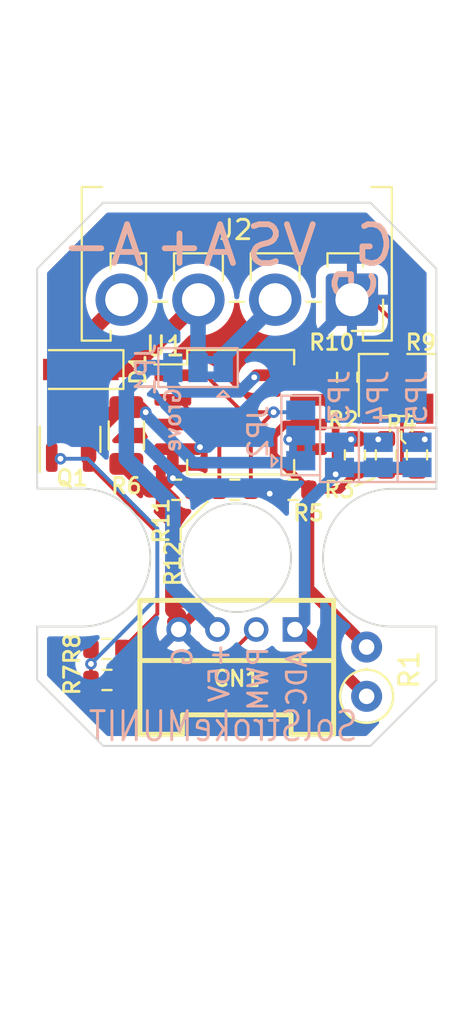
<source format=kicad_pcb>
(kicad_pcb (version 20211014) (generator pcbnew)
  (layers (0 "F.Cu" signal) (31 "B.Cu" signal) (34 "B.Paste" user) (35 "F.Paste" user) (36 "B.SilkS" user "B.Silkscreen") (37 "F.SilkS" user "F.Silkscreen") (38 "B.Mask" user) (39 "F.Mask" user) (44 "Edge.Cuts" user))
  (net 0 "")
  (net 1 "+5V")
  (net 2 "GND")
  (net 3 "/ADC")
  (net 4 "VDD")
  (net 5 "VS")
  (net 6 "/SOLA_M")
  (net 7 "Net-(JP2-Pad3)")
  (net 8 "/PWM")
  (net 9 "Net-(JP2-Pad2)")
  (net 10 "Net-(Q1-Pad1)")
  (net 11 "/VSENS")
  (net 12 "Net-(JP4-Pad1)")
  (net 13 "Net-(R2-Pad1)")
  (net 14 "Net-(JP5-Pad1)")
  (net 15 "Net-(R3-Pad2)")
  (net 16 "Net-(R11-Pad1)")
  (footprint "akita:CON_GROVE_H" (layer "F.Cu") (at 10.3 22 180)
    (fp_text reference "CN1" (at -1.3 -3 180) (layer "F.SilkS") (effects (font (size 0.8 0.8)) (justify right bottom)))
    (fp_text value "CON_GROVE")
    (fp_line (start 2.8 -4.4) (end 2.8 -5.4) (layer "F.SilkS") (width 0.254))
    (fp_line (start -5 -5.4) (end -5 -1.6) (layer "F.SilkS") (width 0.254))
    (fp_line (start -2.8 -5.4) (end -2.8 -4.4) (layer "F.SilkS") (width 0.254))
    (fp_line (start -5 -1.6) (end 5 -1.6) (layer "F.SilkS") (width 0.254))
    (fp_line (start -5 -5.4) (end -2.8 -5.4) (layer "F.SilkS") (width 0.254))
    (fp_line (start 5 -1.6) (end 5 -5.4) (layer "F.SilkS") (width 0.254))
    (fp_line (start -5 1.5) (end 5 1.5) (layer "F.SilkS") (width 0.254))
    (fp_line (start -5 -1.6) (end -5 1.5) (layer "F.SilkS") (width 0.254))
    (fp_line (start -5 -1) (end -5 1) (layer "F.SilkS") (width 0.127))
    (fp_line (start 5 1.5) (end 5 -1.6) (layer "F.SilkS") (width 0.254))
    (fp_line (start -2.8 -4.4) (end 2.8 -4.4) (layer "F.SilkS") (width 0.254))
    (fp_line (start 2.8 -5.4) (end 5 -5.4) (layer "F.SilkS") (width 0.254))
    (pad "1" thru_hole rect (at -3 0 180) (size 1.27 1.27) (drill 0.8) (layers *.Cu *.Mask) (net 3 "/ADC"))
    (pad "2" thru_hole circle (at -1 0 180) (size 1.27 1.27) (drill 0.8) (layers *.Cu *.Mask) (net 8 "/PWM"))
    (pad "3" thru_hole circle (at 1 0 180) (size 1.27 1.27) (drill 0.8) (layers *.Cu *.Mask) (net 1 "+5V"))
    (pad "4" thru_hole circle (at 3 0 180) (size 1.27 1.27) (drill 0.8) (layers *.Cu *.Mask) (net 2 "GND"))
  )
  (footprint "Resistor_SMD:R_0603_1608Metric" (layer "F.Cu") (at 3.6 23 180)
    (fp_text reference "R8" (at 1.8 0 90) (layer "F.SilkS") (effects (font (size 0.8 0.8))))
    (fp_text value "100k")
    (fp_line (start -0.237258 -0.5225) (end 0.237258 -0.5225) (layer "F.SilkS") (width 0.12))
    (fp_line (start -0.237258 0.5225) (end 0.237258 0.5225) (layer "F.SilkS") (width 0.12))
    (pad "1" smd roundrect locked (at -0.825 0 180) (size 0.8 0.95) (layers "F.Cu" "F.Paste" "F.Mask") (net 11 "/VSENS"))
    (pad "2" smd roundrect locked (at 0.825 0 180) (size 0.8 0.95) (layers "F.Cu" "F.Paste" "F.Mask") (net 10 "Net-(Q1-Pad1)"))
  )
  (footprint "Package_TO_SOT_SMD:SOT-23" (layer "F.Cu") (at 1.7 12.2 90)
    (fp_text reference "Q1" (at -2 0.1 180) (layer "F.SilkS") (effects (font (size 0.8 0.8))))
    (fp_text value "TR_NMOS_IRLML6344")
    (fp_line (start 0 1.56) (end 0.65 1.56) (layer "F.SilkS") (width 0.12))
    (fp_line (start 0 1.56) (end -0.65 1.56) (layer "F.SilkS") (width 0.12))
    (fp_line (start 0 -1.56) (end -1.675 -1.56) (layer "F.SilkS") (width 0.12))
    (fp_line (start 0 -1.56) (end 0.65 -1.56) (layer "F.SilkS") (width 0.12))
    (pad "1" smd roundrect locked (at -0.9375 -0.95 90) (size 1.475 0.6) (layers "F.Cu" "F.Paste" "F.Mask") (net 10 "Net-(Q1-Pad1)"))
    (pad "2" smd roundrect locked (at -0.9375 0.95 90) (size 1.475 0.6) (layers "F.Cu" "F.Paste" "F.Mask") (net 11 "/VSENS"))
    (pad "3" smd roundrect locked (at 0.9375 0 90) (size 1.475 0.6) (layers "F.Cu" "F.Paste" "F.Mask") (net 6 "/SOLA_M"))
  )
  (footprint "akita:Potentiometer_Bourns_3223W" (layer "F.Cu") (at 18.6 9.4 -90)
    (fp_text reference "R9" (at -2.2 -1.2 180) (layer "F.SilkS") (effects (font (size 0.8 0.8))))
    (fp_text value "TBD")
    (fp_line (start -1.6 2) (end 1.6 2) (layer "F.SilkS") (width 0.12))
    (fp_line (start -1.6 0.5) (end -1.6 2) (layer "F.SilkS") (width 0.12))
    (fp_line (start 1.6 -2) (end -1.6 -2) (layer "F.SilkS") (width 0.12))
    (fp_line (start -1.6 -2) (end -1.6 -0.5) (layer "F.SilkS") (width 0.12))
    (fp_line (start 1.6 -0.9) (end 1.6 0.9) (layer "F.SilkS") (width 0.12))
    (pad "1" smd rect locked (at 1.22 1.4 270) (size 1.55 0.89) (layers "F.Cu" "F.Paste" "F.Mask") (net 1 "+5V"))
    (pad "2" smd rect locked (at -1.22 0 270) (size 1.55 0.89) (layers "F.Cu" "F.Paste" "F.Mask") (net 15 "Net-(R3-Pad2)"))
    (pad "3" smd rect locked (at 1.22 -1.4 270) (size 1.55 0.89) (layers "F.Cu" "F.Paste" "F.Mask") (net 2 "GND"))
  )
  (footprint "Resistor_SMD:R_0603_1608Metric" (layer "F.Cu") (at 7.2 14.8 180)
    (fp_text reference "R11" (at 0.8 -1.6 90) (layer "F.SilkS") (effects (font (size 0.8 0.8))))
    (fp_text value "TBD")
    (fp_line (start -0.237258 0.5225) (end 0.237258 0.5225) (layer "F.SilkS") (width 0.12))
    (fp_line (start -0.237258 -0.5225) (end 0.237258 -0.5225) (layer "F.SilkS") (width 0.12))
    (pad "1" smd roundrect locked (at -0.825 0 180) (size 0.8 0.95) (layers "F.Cu" "F.Paste" "F.Mask") (net 16 "Net-(R11-Pad1)"))
    (pad "2" smd roundrect locked (at 0.825 0 180) (size 0.8 0.95) (layers "F.Cu" "F.Paste" "F.Mask") (net 2 "GND"))
  )
  (footprint "Resistor_SMD:R_0603_1608Metric" (layer "F.Cu") (at 16.4 13 -90)
    (fp_text reference "R2" (at -1.8 0.6 180) (layer "F.SilkS") (effects (font (size 0.8 0.8))))
    (fp_text value "100k")
    (fp_line (start -0.237258 -0.5225) (end 0.237258 -0.5225) (layer "F.SilkS") (width 0.12))
    (fp_line (start -0.237258 0.5225) (end 0.237258 0.5225) (layer "F.SilkS") (width 0.12))
    (pad "1" smd roundrect locked (at -0.825 0 270) (size 0.8 0.95) (layers "F.Cu" "F.Paste" "F.Mask") (net 13 "Net-(R2-Pad1)"))
    (pad "2" smd roundrect locked (at 0.825 0 270) (size 0.8 0.95) (layers "F.Cu" "F.Paste" "F.Mask") (net 15 "Net-(R3-Pad2)"))
  )
  (footprint "Connector_JST:JST_VH_S4P-VH_1x04_P3.96mm_Horizontal" (layer "F.Cu") (at 16.24 5 180)
    (fp_text reference "J2" (at 5.99 3.6) (layer "F.SilkS"))
    (fp_text value "Conn_01x04")
    (fp_line (start 5.57 -0.11) (end 6.31 -0.11) (layer "F.SilkS") (width 0.12))
    (fp_line (start 1.61 -0.11) (end 2.35 -0.11) (layer "F.SilkS") (width 0.12))
    (fp_line (start -0.57 -2.11) (end -0.57 -1.61) (layer "F.SilkS") (width 0.12))
    (fp_line (start 2.7 2.39) (end 5.22 2.39) (layer "F.SilkS") (width 0.12))
    (fp_line (start -0.58 2.39) (end 1.26 2.39) (layer "F.SilkS") (width 0.12))
    (fp_line (start 12.45 2.39) (end 12.45 1.6) (layer "F.SilkS") (width 0.12))
    (fp_line (start 13.94 5.81) (end 12.89 5.81) (layer "F.SilkS") (width 0.12))
    (fp_line (start -0.57 1.7) (end -0.57 2.39) (layer "F.SilkS") (width 0.12))
    (fp_line (start 9.18 2.39) (end 9.18 1) (layer "F.SilkS") (width 0.12))
    (fp_line (start 6.66 1) (end 6.66 2.39) (layer "F.SilkS") (width 0.12))
    (fp_line (start 5.22 2.39) (end 5.22 1) (layer "F.SilkS") (width 0.12))
    (fp_line (start 13.94 -2.11) (end 13.94 5.81) (layer "F.SilkS") (width 0.12))
    (fp_line (start -1.01 5.81) (end -2.06 5.81) (layer "F.SilkS") (width 0.12))
    (fp_line (start 0 -1.61) (end -1.61 -1.61) (layer "F.SilkS") (width 0.12))
    (fp_line (start -2.06 -2.11) (end -0.57 -2.11) (layer "F.SilkS") (width 0.12))
    (fp_line (start 10.62 2.39) (end 12.46 2.39) (layer "F.SilkS") (width 0.12))
    (fp_line (start 10.62 1) (end 10.62 2.39) (layer "F.SilkS") (width 0.12))
    (fp_line (start 9.53 -0.11) (end 10.27 -0.11) (layer "F.SilkS") (width 0.12))
    (fp_line (start 6.66 2.39) (end 9.18 2.39) (layer "F.SilkS") (width 0.12))
    (fp_line (start 1.26 2.39) (end 1.26 1.7) (layer "F.SilkS") (width 0.12))
    (fp_line (start -2.06 5.81) (end -2.06 -2.11) (layer "F.SilkS") (width 0.12))
    (fp_line (start 2.7 1) (end 2.7 2.39) (layer "F.SilkS") (width 0.12))
    (fp_line (start 12.45 -1.6) (end 12.45 -2.11) (layer "F.SilkS") (width 0.12))
    (fp_line (start -1.61 -1.61) (end -1.61 0) (layer "F.SilkS") (width 0.12))
    (fp_line (start 12.45 -2.11) (end 13.94 -2.11) (layer "F.SilkS") (width 0.12))
    (pad "1" thru_hole roundrect (at 0 0 180) (size 2.7 2.7) (drill 1.7) (layers *.Cu *.Mask) (roundrect_rratio 0.09259296296) (net 2 "GND"))
    (pad "2" thru_hole circle (at 3.96 0 180) (size 2.7 2.7) (drill 1.7) (layers *.Cu *.Mask) (net 4 "VDD"))
    (pad "3" thru_hole circle (at 7.92 0 180) (size 2.7 2.7) (drill 1.7) (layers *.Cu *.Mask) (net 5 "VS"))
    (pad "4" thru_hole circle (at 11.88 0 180) (size 2.7 2.7) (drill 1.7) (layers *.Cu *.Mask) (net 6 "/SOLA_M"))
  )
  (footprint "Resistor_SMD:R_1206_3216Metric" (layer "F.Cu") (at 4.6 12 90)
    (fp_text reference "R6" (at -2.6 0 180) (layer "F.SilkS") (effects (font (size 0.8 0.8))))
    (fp_text value "0.2")
    (fp_line (start -0.727064 0.91) (end 0.727064 0.91) (layer "F.SilkS") (width 0.12))
    (fp_line (start -0.727064 -0.91) (end 0.727064 -0.91) (layer "F.SilkS") (width 0.12))
    (pad "1" smd roundrect locked (at -1.4625 0 90) (size 1.125 1.75) (layers "F.Cu" "F.Paste" "F.Mask") (roundrect_rratio 0.222222) (net 2 "GND"))
    (pad "2" smd roundrect locked (at 1.4625 0 90) (size 1.125 1.75) (layers "F.Cu" "F.Paste" "F.Mask") (roundrect_rratio 0.222222) (net 11 "/VSENS"))
  )
  (footprint "Resistor_SMD:R_0603_1608Metric" (layer "F.Cu") (at 13.2 14.8)
    (fp_text reference "R5" (at 0.8 1.2 180) (layer "F.SilkS") (effects (font (size 0.8 0.8))))
    (fp_text value "1k")
    (fp_line (start -0.237258 -0.5225) (end 0.237258 -0.5225) (layer "F.SilkS") (width 0.12))
    (fp_line (start -0.237258 0.5225) (end 0.237258 0.5225) (layer "F.SilkS") (width 0.12))
    (pad "1" smd roundrect locked (at -0.825 0) (size 0.8 0.95) (layers "F.Cu" "F.Paste" "F.Mask") (net 2 "GND"))
    (pad "2" smd roundrect locked (at 0.825 0) (size 0.8 0.95) (layers "F.Cu" "F.Paste" "F.Mask") (net 15 "Net-(R3-Pad2)"))
  )
  (footprint "Package_SO:SO-8_5.3x6.2mm_P1.27mm" (layer "F.Cu") (at 10.5 10.8)
    (fp_text reference "U1" (at -3.9 -3.4) (layer "F.SilkS"))
    (fp_text value "LM358")
    (fp_line (start 0 3.21) (end -2.76 3.21) (layer "F.SilkS") (width 0.12))
    (fp_line (start 0 -3.21) (end 2.76 -3.21) (layer "F.SilkS") (width 0.12))
    (fp_line (start 0 3.21) (end 2.76 3.21) (layer "F.SilkS") (width 0.12))
    (fp_line (start -2.76 3.21) (end -2.76 2.465) (layer "F.SilkS") (width 0.12))
    (fp_line (start 2.76 -3.21) (end 2.76 -2.465) (layer "F.SilkS") (width 0.12))
    (fp_line (start -2.76 -2.465) (end -4.45 -2.465) (layer "F.SilkS") (width 0.12))
    (fp_line (start 0 -3.21) (end -2.76 -3.21) (layer "F.SilkS") (width 0.12))
    (fp_line (start -2.76 -3.21) (end -2.76 -2.465) (layer "F.SilkS") (width 0.12))
    (fp_line (start 2.76 3.21) (end 2.76 2.465) (layer "F.SilkS") (width 0.12))
    (pad "1" smd roundrect locked (at -3.5 -1.905) (size 1.9 0.6) (layers "F.Cu" "F.Paste" "F.Mask") (net 7 "Net-(JP2-Pad3)"))
    (pad "2" smd roundrect locked (at -3.5 -0.635) (size 1.9 0.6) (layers "F.Cu" "F.Paste" "F.Mask") (net 16 "Net-(R11-Pad1)"))
    (pad "3" smd roundrect locked (at -3.5 0.635) (size 1.9 0.6) (layers "F.Cu" "F.Paste" "F.Mask") (net 11 "/VSENS"))
    (pad "4" smd roundrect locked (at -3.5 1.905) (size 1.9 0.6) (layers "F.Cu" "F.Paste" "F.Mask") (net 2 "GND"))
    (pad "5" smd roundrect locked (at 3.5 1.905) (size 1.9 0.6) (layers "F.Cu" "F.Paste" "F.Mask") (net 9 "Net-(JP2-Pad2)"))
    (pad "6" smd roundrect locked (at 3.5 0.635) (size 1.9 0.6) (layers "F.Cu" "F.Paste" "F.Mask") (net 15 "Net-(R3-Pad2)"))
    (pad "7" smd roundrect locked (at 3.5 -0.635) (size 1.9 0.6) (layers "F.Cu" "F.Paste" "F.Mask") (net 3 "/ADC"))
    (pad "8" smd roundrect locked (at 3.5 -1.905) (size 1.9 0.6) (layers "F.Cu" "F.Paste" "F.Mask") (net 1 "+5V"))
  )
  (footprint "Resistor_THT:R_Axial_DIN0207_L6.3mm_D2.5mm_P2.54mm_Vertical" (layer "F.Cu") (at 17 25.445 90)
    (fp_text reference "R1" (at 1.37 2.2 90) (layer "F.SilkS"))
    (fp_text value "TBD")
    (fp_line (start 1.37 0) (end 1.44 0) (layer "F.SilkS") (width 0.12))
    (fp_circle (center 0 0) (end 1.37 0) (layer "F.SilkS") (width 0.12) (fill none))
    (pad "1" thru_hole circle locked (at 0 0 90) (size 1.6 1.6) (drill 0.8) (layers *.Cu *.Mask) (net 3 "/ADC"))
    (pad "2" thru_hole oval locked (at 2.54 0 90) (size 1.6 1.6) (drill 0.8) (layers *.Cu *.Mask) (net 15 "Net-(R3-Pad2)"))
  )
  (footprint "Resistor_SMD:R_0603_1608Metric" (layer "F.Cu") (at 18 13 -90)
    (fp_text reference "R3" (at 1.8 2.4 180) (layer "F.SilkS") (effects (font (size 0.8 0.8))))
    (fp_text value "75k")
    (fp_line (start -0.237258 -0.5225) (end 0.237258 -0.5225) (layer "F.SilkS") (width 0.12))
    (fp_line (start -0.237258 0.5225) (end 0.237258 0.5225) (layer "F.SilkS") (width 0.12))
    (pad "1" smd roundrect locked (at -0.825 0 270) (size 0.8 0.95) (layers "F.Cu" "F.Paste" "F.Mask") (net 12 "Net-(JP4-Pad1)"))
    (pad "2" smd roundrect locked (at 0.825 0 270) (size 0.8 0.95) (layers "F.Cu" "F.Paste" "F.Mask") (net 15 "Net-(R3-Pad2)"))
  )
  (footprint "Resistor_SMD:R_0603_1608Metric" (layer "F.Cu") (at 16 9 -90)
    (fp_text reference "R10" (at -1.8 0.8 180) (layer "F.SilkS") (effects (font (size 0.8 0.8))))
    (fp_text value "TBD")
    (fp_line (start -0.237258 -0.5225) (end 0.237258 -0.5225) (layer "F.SilkS") (width 0.12))
    (fp_line (start -0.237258 0.5225) (end 0.237258 0.5225) (layer "F.SilkS") (width 0.12))
    (pad "1" smd roundrect locked (at -0.825 0 270) (size 0.8 0.95) (layers "F.Cu" "F.Paste" "F.Mask") (net 15 "Net-(R3-Pad2)"))
    (pad "2" smd roundrect locked (at 0.825 0 270) (size 0.8 0.95) (layers "F.Cu" "F.Paste" "F.Mask") (net 1 "+5V"))
  )
  (footprint "Resistor_SMD:R_0603_1608Metric" (layer "F.Cu") (at 10.2 14.8 180)
    (fp_text reference "R12" (at 3.2 -3.8 90) (layer "F.SilkS") (effects (font (size 0.8 0.8))))
    (fp_text value "TBD")
    (fp_line (start -0.237258 -0.5225) (end 0.237258 -0.5225) (layer "F.SilkS") (width 0.12))
    (fp_line (start -0.237258 0.5225) (end 0.237258 0.5225) (layer "F.SilkS") (width 0.12))
    (pad "1" smd roundrect locked (at -0.825 0 180) (size 0.8 0.95) (layers "F.Cu" "F.Paste" "F.Mask") (net 7 "Net-(JP2-Pad3)"))
    (pad "2" smd roundrect locked (at 0.825 0 180) (size 0.8 0.95) (layers "F.Cu" "F.Paste" "F.Mask") (net 16 "Net-(R11-Pad1)"))
  )
  (footprint "Resistor_SMD:R_0603_1608Metric" (layer "F.Cu") (at 19.6 13 -90)
    (fp_text reference "R4" (at -1.6 0.8) (layer "F.SilkS") (effects (font (size 0.8 0.8))))
    (fp_text value "60k")
    (fp_line (start -0.237258 -0.5225) (end 0.237258 -0.5225) (layer "F.SilkS") (width 0.12))
    (fp_line (start -0.237258 0.5225) (end 0.237258 0.5225) (layer "F.SilkS") (width 0.12))
    (pad "1" smd roundrect locked (at -0.825 0 270) (size 0.8 0.95) (layers "F.Cu" "F.Paste" "F.Mask") (net 14 "Net-(JP5-Pad1)"))
    (pad "2" smd roundrect locked (at 0.825 0 270) (size 0.8 0.95) (layers "F.Cu" "F.Paste" "F.Mask") (net 15 "Net-(R3-Pad2)"))
  )
  (footprint "Diode_SMD:D_SOD-123F" (layer "F.Cu") (at 2.25 8.6 180)
    (fp_text reference "D1" (at -2.95 0 90) (layer "F.SilkS") (effects (font (size 0.8 0.8))))
    (fp_text value "D")
    (fp_line (start -2.2 -1) (end -2.2 1) (layer "F.SilkS") (width 0.12))
    (fp_line (start -2.2 1) (end 1.65 1) (layer "F.SilkS") (width 0.12))
    (fp_line (start -2.2 -1) (end 1.65 -1) (layer "F.SilkS") (width 0.12))
    (pad "1" smd rect locked (at -1.4 0 180) (size 1.1 1.1) (layers "F.Cu" "F.Paste" "F.Mask") (net 5 "VS"))
    (pad "2" smd rect locked (at 1.4 0 180) (size 1.1 1.1) (layers "F.Cu" "F.Paste" "F.Mask") (net 6 "/SOLA_M"))
  )
  (footprint "Resistor_SMD:R_0603_1608Metric" (layer "F.Cu") (at 3.6 24.6 180)
    (fp_text reference "R7" (at 1.8 0 90) (layer "F.SilkS") (effects (font (size 0.8 0.8))))
    (fp_text value "1k")
    (fp_line (start -0.237258 0.5225) (end 0.237258 0.5225) (layer "F.SilkS") (width 0.12))
    (fp_line (start -0.237258 -0.5225) (end 0.237258 -0.5225) (layer "F.SilkS") (width 0.12))
    (pad "1" smd roundrect locked (at -0.825 0 180) (size 0.8 0.95) (layers "F.Cu" "F.Paste" "F.Mask") (net 8 "/PWM"))
    (pad "2" smd roundrect locked (at 0.825 0 180) (size 0.8 0.95) (layers "F.Cu" "F.Paste" "F.Mask") (net 10 "Net-(Q1-Pad1)"))
  )
  (footprint "Jumper:SolderJumper-3_P1.3mm_Bridged2Bar12_Pad1.0x1.5mm" (layer "B.Cu") (at 8.3 8.5 180)
    (fp_text reference "JP1" (at 2.7 -0.1 270) (layer "B.SilkS") (effects (justify mirror)))
    (fp_text value "SolderJumper_3_Bridged12")
    (fp_poly (pts (xy -0.9 0.6) (xy -0.4 0.6) (xy -0.4 0.2) (xy -0.9 0.2)) (layer "B.Cu") (width 0) (fill solid))
    (fp_poly (pts (xy -0.9 -0.2) (xy -0.4 -0.2) (xy -0.4 -0.6) (xy -0.9 -0.6)) (layer "B.Cu") (width 0) (fill solid))
    (fp_line (start -1.6 -1.5) (end -1 -1.5) (layer "B.SilkS") (width 0.12))
    (fp_line (start -1.3 -1.2) (end -1 -1.5) (layer "B.SilkS") (width 0.12))
    (fp_line (start 2.05 1) (end 2.05 -1) (layer "B.SilkS") (width 0.12))
    (fp_line (start -2.05 1) (end 2.05 1) (layer "B.SilkS") (width 0.12))
    (fp_line (start -2.05 -1) (end -2.05 1) (layer "B.SilkS") (width 0.12))
    (fp_line (start -1.3 -1.2) (end -1.6 -1.5) (layer "B.SilkS") (width 0.12))
    (fp_line (start 2.05 -1) (end -2.05 -1) (layer "B.SilkS") (width 0.12))
    (pad "1" smd rect locked (at -1.3 0 180) (size 1 1.5) (layers "B.Cu" "B.Mask") (net 4 "VDD"))
    (pad "2" smd rect locked (at 0 0 180) (size 1 1.5) (layers "B.Cu" "B.Mask") (net 5 "VS"))
    (pad "3" smd rect locked (at 1.3 0 180) (size 1 1.5) (layers "B.Cu" "B.Mask") (net 1 "+5V"))
  )
  (footprint "Jumper:SolderJumper-2_P1.3mm_Open_Pad1.0x1.5mm" (layer "B.Cu") (at 19.6 13 -90)
    (fp_text reference "JP5" (at -3 0 90) (layer "B.SilkS") (effects (justify mirror)))
    (fp_text value "SolderJumper_2_Open")
    (fp_line (start -1.4 -1) (end -1.4 1) (layer "B.SilkS") (width 0.12))
    (fp_line (start 1.4 1) (end 1.4 -1) (layer "B.SilkS") (width 0.12))
    (fp_line (start 1.4 -1) (end -1.4 -1) (layer "B.SilkS") (width 0.12))
    (fp_line (start -1.4 1) (end 1.4 1) (layer "B.SilkS") (width 0.12))
    (pad "1" smd rect locked (at -0.65 0 270) (size 1 1.5) (layers "B.Cu" "B.Mask") (net 14 "Net-(JP5-Pad1)"))
    (pad "2" smd rect locked (at 0.65 0 270) (size 1 1.5) (layers "B.Cu" "B.Mask") (net 3 "/ADC"))
  )
  (footprint "Jumper:SolderJumper-3_P1.3mm_Bridged2Bar12_Pad1.0x1.5mm" (layer "B.Cu") (at 13.6 12 90)
    (fp_text reference "JP2" (at 0.2 -2.2 90) (layer "B.SilkS") (effects (justify mirror)))
    (fp_text value "SolderJumper_3_Bridged12")
    (fp_poly (pts (xy -0.9 0.6) (xy -0.4 0.6) (xy -0.4 0.2) (xy -0.9 0.2)) (layer "B.Cu") (width 0) (fill solid))
    (fp_poly (pts (xy -0.9 -0.2) (xy -0.4 -0.2) (xy -0.4 -0.6) (xy -0.9 -0.6)) (layer "B.Cu") (width 0) (fill solid))
    (fp_line (start -1.3 -1.2) (end -1 -1.5) (layer "B.SilkS") (width 0.12))
    (fp_line (start -2.05 1) (end 2.05 1) (layer "B.SilkS") (width 0.12))
    (fp_line (start 2.05 -1) (end -2.05 -1) (layer "B.SilkS") (width 0.12))
    (fp_line (start -1.6 -1.5) (end -1 -1.5) (layer "B.SilkS") (width 0.12))
    (fp_line (start -2.05 -1) (end -2.05 1) (layer "B.SilkS") (width 0.12))
    (fp_line (start -1.3 -1.2) (end -1.6 -1.5) (layer "B.SilkS") (width 0.12))
    (fp_line (start 2.05 1) (end 2.05 -1) (layer "B.SilkS") (width 0.12))
    (pad "1" smd rect locked (at -1.3 0 90) (size 1 1.5) (layers "B.Cu" "B.Mask") (net 11 "/VSENS"))
    (pad "2" smd rect locked (at 0 0 90) (size 1 1.5) (layers "B.Cu" "B.Mask") (net 9 "Net-(JP2-Pad2)"))
    (pad "3" smd rect locked (at 1.3 0 90) (size 1 1.5) (layers "B.Cu" "B.Mask") (net 7 "Net-(JP2-Pad3)"))
  )
  (footprint "Jumper:SolderJumper-2_P1.3mm_Bridged_Pad1.0x1.5mm" (layer "B.Cu") (at 15.6 13 -90)
    (fp_text reference "JP3" (at -3 0 90) (layer "B.SilkS") (effects (justify mirror)))
    (fp_text value "SolderJumper_2_Bridged")
    (fp_poly (pts (xy -0.25 0.3) (xy 0.25 0.3) (xy 0.25 -0.3) (xy -0.25 -0.3)) (layer "B.Cu") (width 0) (fill solid))
    (fp_line (start 1.4 -1) (end -1.4 -1) (layer "B.SilkS") (width 0.12))
    (fp_line (start 1.4 1) (end 1.4 -1) (layer "B.SilkS") (width 0.12))
    (fp_line (start -1.4 1) (end 1.4 1) (layer "B.SilkS") (width 0.12))
    (fp_line (start -1.4 -1) (end -1.4 1) (layer "B.SilkS") (width 0.12))
    (pad "1" smd rect locked (at -0.65 0 270) (size 1 1.5) (layers "B.Cu" "B.Mask") (net 13 "Net-(R2-Pad1)"))
    (pad "2" smd rect locked (at 0.65 0 270) (size 1 1.5) (layers "B.Cu" "B.Mask") (net 3 "/ADC"))
  )
  (footprint "Jumper:SolderJumper-2_P1.3mm_Open_Pad1.0x1.5mm" (layer "B.Cu") (at 17.6 13 -90)
    (fp_text reference "JP4" (at -3 0 90) (layer "B.SilkS") (effects (justify mirror)))
    (fp_text value "SolderJumper_2_Open")
    (fp_line (start -1.4 1) (end 1.4 1) (layer "B.SilkS") (width 0.12))
    (fp_line (start 1.4 -1) (end -1.4 -1) (layer "B.SilkS") (width 0.12))
    (fp_line (start 1.4 1) (end 1.4 -1) (layer "B.SilkS") (width 0.12))
    (fp_line (start -1.4 -1) (end -1.4 1) (layer "B.SilkS") (width 0.12))
    (pad "1" smd rect locked (at -0.65 0 270) (size 1 1.5) (layers "B.Cu" "B.Mask") (net 12 "Net-(JP4-Pad1)"))
    (pad "2" smd rect locked (at 0.65 0 270) (size 1 1.5) (layers "B.Cu" "B.Mask") (net 3 "/ADC"))
  )
  (gr_line (start 18.8 12.2) (end 19 12.4) (layer "F.SilkS") (width 0.12))
  (gr_line (start 7.4 16.8) (end 8.8 15.4) (layer "F.SilkS") (width 0.12))
  (gr_line (start 16.4 14.6) (end 17.4 14.2) (layer "F.SilkS") (width 0.12))
  (gr_line (start 7.4 17.4) (end 7.4 16.8) (layer "F.SilkS") (width 0.12))
  (gr_line (start 18.8 11.8) (end 18.8 12.2) (layer "F.SilkS") (width 0.12))
  (gr_line (start 0 24.6) (end 0 21.85) (layer "Edge.Cuts") (width 0.1))
  (gr_line (start 0 14.74) (end 2.3 14.74) (layer "Edge.Cuts") (width 0.1))
  (gr_line (start 20.6 21.85) (end 20.6 24.6) (layer "Edge.Cuts") (width 0.1))
  (gr_line (start 3.4 0) (end 17.2 0) (layer "Edge.Cuts") (width 0.1))
  (gr_line (start 0 3.4) (end 3.4 0) (layer "Edge.Cuts") (width 0.1))
  (gr_line (start 0 14.74) (end 0 3.4) (layer "Edge.Cuts") (width 0.1))
  (gr_line (start 0 24.6) (end 3.4 28) (layer "Edge.Cuts") (width 0.1))
  (gr_line (start 3.4 28) (end 17.2 28) (layer "Edge.Cuts") (width 0.1))
  (gr_line (start 20.6 3.4) (end 17.2 0) (layer "Edge.Cuts") (width 0.1))
  (gr_arc (start 2.3 14.74) (mid 5.855 18.295) (end 2.3 21.85) (layer "Edge.Cuts") (width 0.1))
  (gr_line (start 0 21.85) (end 2.3 21.85) (layer "Edge.Cuts") (width 0.1))
  (gr_circle (center 10.3 18.3) (end 13.1 18.3) (layer "Edge.Cuts") (width 0.1) (fill none))
  (gr_line (start 18.3 21.85) (end 20.6 21.85) (layer "Edge.Cuts") (width 0.1))
  (gr_line (start 18.3 14.75) (end 20.6 14.75) (layer "Edge.Cuts") (width 0.1))
  (gr_line (start 20.6 14.76) (end 20.6 3.4) (layer "Edge.Cuts") (width 0.1))
  (gr_line (start 17.2 28) (end 20.6 24.6) (layer "Edge.Cuts") (width 0.1))
  (gr_arc (start 18.3 21.85) (mid 14.75 18.3) (end 18.3 14.75) (layer "Edge.Cuts") (width 0.1))
  (gr_text "Grove" (at 7 11.2 90) (layer "B.SilkS") (effects (font (size 0.8 0.8)) (justify mirror)))
  (gr_text "A+" (at 8.2 2.2) (layer "B.SilkS") (effects (font (size 2 2) (thickness 0.3)) (justify mirror)))
  (gr_text "G" (at 16.25 5.5 270) (layer "B.SilkS") (effects (font (size 2 2) (thickness 0.3)) (justify left mirror)))
  (gr_text "G" (at 7.5 22.8 90) (layer "B.SilkS") (effects (font (size 1 1)) (justify left mirror)))
  (gr_text "VS" (at 12.6 2.2) (layer "B.SilkS") (effects (font (size 2 2) (thickness 0.3)) (justify mirror)))
  (gr_text "PWM" (at 11.4 22.8 90) (layer "B.SilkS") (effects (font (size 1 1)) (justify left mirror)))
  (gr_text "G" (at 17.4 2.2) (layer "B.SilkS") (effects (font (size 2 2) (thickness 0.3)) (justify mirror)))
  (gr_text "SolStrokeMUNIT" (at 9.6 27) (layer "B.SilkS") (effects (font (size 1.5 1.2)) (justify mirror)))
  (gr_text "+5V" (at 9.4 22.6 90) (layer "B.SilkS") (effects (font (size 1 1)) (justify left mirror)))
  (gr_text "A-" (at 3.4 2.2) (layer "B.SilkS") (effects (font (size 2 2) (thickness 0.3)) (justify mirror)))
  (gr_text "ADC" (at 13.4 23 90) (layer "B.SilkS") (effects (font (size 1 1)) (justify left mirror)))
  (segment (start 15.56548 9.56548) (end 16 10) (width 0.2) (layer "F.Cu") (net 1))
  (segment (start 16 9.825) (end 16.625 9.825) (width 0.2) (layer "F.Cu") (net 1))
  (segment (start 14 8.895) (end 14.495 8.895) (width 0.2) (layer "F.Cu") (net 1))
  (segment (start 11.2 9) (end 11.305 8.895) (width 0.6) (layer "F.Cu") (net 1))
  (segment (start 14.495 8.895) (end 15.16548 9.56548) (width 0.2) (layer "F.Cu") (net 1))
  (segment (start 16.625 9.825) (end 16.8 10) (width 0.2) (layer "F.Cu") (net 1))
  (segment (start 15.16548 9.56548) (end 15.56548 9.56548) (width 0.2) (layer "F.Cu") (net 1))
  (segment (start 11.305 8.895) (end 14 8.895) (width 0.6) (layer "F.Cu") (net 1))
  (via (at 11.2 9) (size 0.6) (drill 0.3) (layers "F.Cu" "B.Cu") (net 1))
  (segment (start 7 8.5) (end 5.7 8.5) (width 0.8) (layer "B.Cu") (net 1))
  (segment (start 4.6 13.2) (end 7 15.6) (width 0.8) (layer "B.Cu") (net 1))
  (segment (start 7.300489 9.749511) (end 7 9.449022) (width 0.6) (layer "B.Cu") (net 1))
  (segment (start 7 19.75) (end 9.25 22) (width 0.8) (layer "B.Cu") (net 1))
  (segment (start 7 9.449022) (end 7 8.6) (width 0.6) (layer "B.Cu") (net 1))
  (segment (start 10.450489 9.749511) (end 7.300489 9.749511) (width 0.6) (layer "B.Cu") (net 1))
  (segment (start 5.7 8.5) (end 4.6 9.6) (width 0.8) (layer "B.Cu") (net 1))
  (segment (start 7 15.6) (end 7 19.75) (width 0.8) (layer "B.Cu") (net 1))
  (segment (start 11.2 9) (end 10.450489 9.749511) (width 0.6) (layer "B.Cu") (net 1))
  (segment (start 4.6 9.6) (end 4.6 13.2) (width 0.8) (layer "B.Cu") (net 1))
  (segment (start 5.8 14.8) (end 4.6 13.6) (width 0.8) (layer "F.Cu") (net 2))
  (segment (start 7.3 21.3) (end 7.3 22) (width 0.8) (layer "F.Cu") (net 2))
  (segment (start 6.375 14.8) (end 5.8 14.8) (width 0.8) (layer "F.Cu") (net 2))
  (segment (start 12.2 14.8) (end 12 15) (width 0.4) (layer "F.Cu") (net 2))
  (segment (start 8.295 12.705) (end 8.4 12.6) (width 0.6) (layer "F.Cu") (net 2))
  (segment (start 20 7.760978) (end 17.439022 5.2) (width 0.2) (layer "F.Cu") (net 2))
  (segment (start 7 21) (end 7.3 21.3) (width 0.8) (layer "F.Cu") (net 2))
  (segment (start 6.375 14.8) (end 7 15.425) (width 0.8) (layer "F.Cu") (net 2))
  (segment (start 7 15.425) (end 7 21) (width 0.8) (layer "F.Cu") (net 2))
  (segment (start 17.439022 5.2) (end 16.2 5.2) (width 0.2) (layer "F.Cu") (net 2))
  (segment (start 7 12.705) (end 7 14.2) (width 0.6) (layer "F.Cu") (net 2))
  (segment (start 7 12.705) (end 8.295 12.705) (width 0.6) (layer "F.Cu") (net 2))
  (segment (start 20 10.62) (end 20 7.760978) (width 0.2) (layer "F.Cu") (net 2))
  (segment (start 12.375 14.8) (end 12.2 14.8) (width 0.4) (layer "F.Cu") (net 2))
  (segment (start 7 14.2) (end 6.4 14.8) (width 0.6) (layer "F.Cu") (net 2))
  (segment (start 7 21.6) (end 7.4 22) (width 0.6) (layer "F.Cu") (net 2))
  (via (at 12 15) (size 0.6) (drill 0.3) (layers "F.Cu" "B.Cu") (net 2))
  (via (at 8.4 12.6) (size 0.6) (drill 0.3) (layers "F.Cu" "B.Cu") (net 2))
  (via (at 7 14.2) (size 0.6) (drill 0.3) (layers "F.Cu" "B.Cu") (net 2))
  (segment (start 16.25 5.15) (end 16.25 5) (width 0.6) (layer "B.Cu") (net 2))
  (segment (start 8.8 12.6) (end 16.25 5.15) (width 0.6) (layer "B.Cu") (net 2))
  (segment (start 8.4 12.6) (end 8.8 12.6) (width 0.6) (layer "B.Cu") (net 2))
  (segment (start 12 15) (end 7.8 15) (width 0.4) (layer "B.Cu") (net 2))
  (segment (start 7.8 15) (end 7 14.2) (width 0.4) (layer "B.Cu") (net 2))
  (segment (start 14 10.165) (end 14.765 10.165) (width 0.2) (layer "F.Cu") (net 3))
  (segment (start 17 25.445) (end 13.555 22) (width 0.6) (layer "F.Cu") (net 3))
  (segment (start 14.765 10.165) (end 15.4 10.8) (width 0.4) (layer "F.Cu") (net 3))
  (segment (start 15.4 10.8) (end 15.4 14) (width 0.4) (layer "F.Cu") (net 3))
  (via (at 15.4 14) (size 0.6) (drill 0.3) (layers "F.Cu" "B.Cu") (net 3))
  (segment (start 15.75 13.65) (end 13.8 15.6) (width 0.6) (layer "B.Cu") (net 3))
  (segment (start 13.8 21.6) (end 13.4 22) (width 0.6) (layer "B.Cu") (net 3))
  (segment (start 19.6 13.65) (end 15.75 13.65) (width 0.6) (layer "B.Cu") (net 3))
  (segment (start 13.8 15.6) (end 13.8 21.6) (width 0.6) (layer "B.Cu") (net 3))
  (segment (start 9.6 8.5) (end 9.6 7.9) (width 0.8) (layer "B.Cu") (net 4))
  (segment (start 9.6 7.9) (end 12.5 5) (width 0.8) (layer "B.Cu") (net 4))
  (segment (start 4.8 8.6) (end 8.4 5) (width 0.8) (layer "F.Cu") (net 5))
  (segment (start 3.65 8.6) (end 4.8 8.6) (width 0.8) (layer "F.Cu") (net 5))
  (segment (start 8.3 8.5) (end 8.3 5.05) (width 0.8) (layer "B.Cu") (net 5))
  (segment (start 8.3 5.05) (end 8.25 5) (width 0.8) (layer "B.Cu") (net 5))
  (segment (start 1.7 9.5) (end 1 8.8) (width 0.8) (layer "F.Cu") (net 6))
  (segment (start 0.85 8.6) (end 0.85 8.55) (width 0.8) (layer "F.Cu") (net 6))
  (segment (start 0.85 8.55) (end 4.4 5) (width 0.8) (layer "F.Cu") (net 6))
  (segment (start 1.7 11.2625) (end 1.7 9.5) (width 0.8) (layer "F.Cu") (net 6))
  (segment (start 11.025 14.8) (end 11.025 11.975) (width 0.2) (layer "F.Cu") (net 7))
  (segment (start 7 8.895) (end 8.695 8.895) (width 0.2) (layer "F.Cu") (net 7))
  (segment (start 8.695 8.895) (end 10.6 10.8) (width 0.2) (layer "F.Cu") (net 7))
  (segment (start 11.025 11.975) (end 12.2 10.8) (width 0.2) (layer "F.Cu") (net 7))
  (segment (start 10.6 10.8) (end 12.2 10.8) (width 0.2) (layer "F.Cu") (net 7))
  (via (at 12.2 10.8) (size 0.6) (drill 0.3) (layers "F.Cu" "B.Cu") (net 7))
  (segment (start 12.2 10.8) (end 13.6 10.8) (width 0.2) (layer "B.Cu") (net 7))
  (segment (start 8.6 24.6) (end 11.2 22) (width 0.2) (layer "F.Cu") (net 8))
  (segment (start 4.425 24.6) (end 8.6 24.6) (width 0.2) (layer "F.Cu") (net 8))
  (segment (start 12.999135 12.20266) (end 13.501475 12.705) (width 0.2) (layer "F.Cu") (net 9))
  (segment (start 13.501475 12.705) (end 14 12.705) (width 0.2) (layer "F.Cu") (net 9))
  (via (at 12.999135 12.20266) (size 0.6) (drill 0.3) (layers "F.Cu" "B.Cu") (net 9))
  (segment (start 2.775 24.6) (end 2.775 23.775) (width 0.2) (layer "F.Cu") (net 10))
  (segment (start 2.775 23) (end 2.775 23.775) (width 0.2) (layer "F.Cu") (net 10))
  (via (at 1.2 13.2) (size 0.6) (drill 0.3) (layers "F.Cu" "B.Cu") (net 10))
  (via (at 2.775 23.775) (size 0.6) (drill 0.3) (layers "F.Cu" "B.Cu") (net 10))
  (segment (start 6.2 16.8) (end 2.8 13.4) (width 0.2) (layer "B.Cu") (net 10))
  (segment (start 2.6 13.2) (end 1.2 13.2) (width 0.2) (layer "B.Cu") (net 10))
  (segment (start 2.8 13.4) (end 2.6 13.2) (width 0.2) (layer "B.Cu") (net 10))
  (segment (start 6.2 20.35) (end 6.2 16.8) (width 0.2) (layer "B.Cu") (net 10))
  (segment (start 2.775 23.775) (end 6.2 20.35) (width 0.2) (layer "B.Cu") (net 10))
  (segment (start 2.65 12.15) (end 4.4 10.4) (width 0.8) (layer "F.Cu") (net 11))
  (segment (start 6.2 21.2) (end 4.4 23) (width 0.2) (layer "F.Cu") (net 11))
  (segment (start 7 11.435) (end 6.235 11.435) (width 0.2) (layer "F.Cu") (net 11))
  (segment (start 5.3375 10.5375) (end 5.6 10.8) (width 0.6) (layer "F.Cu") (net 11))
  (segment (start 2.75 13.1375) (end 2.75 13.559136) (width 0.2) (layer "F.Cu") (net 11))
  (segment (start 4.6 10.5375) (end 5.3375 10.5375) (width 0.6) (layer "F.Cu") (net 11))
  (segment (start 2.65 13.1375) (end 2.65 12.15) (width 0.8) (layer "F.Cu") (net 11))
  (segment (start 2.75 13.559136) (end 6.2 17.009136) (width 0.2) (layer "F.Cu") (net 11))
  (segment (start 6.2 17.009136) (end 6.2 21.2) (width 0.2) (layer "F.Cu") (net 11))
  (segment (start 6.235 11.435) (end 5.6 10.8) (width 0.2) (layer "F.Cu") (net 11))
  (via (at 5.6 10.8) (size 0.6) (drill 0.3) (layers "F.Cu" "B.Cu") (net 11))
  (segment (start 5.6 10.8) (end 5.6 10.930692) (width 0.6) (layer "B.Cu") (net 11))
  (segment (start 8.069308 13.4) (end 13.6 13.4) (width 0.6) (layer "B.Cu") (net 11))
  (segment (start 5.6 10.930692) (end 8.069308 13.4) (width 0.6) (layer "B.Cu") (net 11))
  (via (at 17.6 12.2) (size 0.6) (drill 0.3) (layers "F.Cu" "B.Cu") (net 12))
  (segment (start 17.6 12.35) (end 17.6 12.2) (width 0.4) (layer "B.Cu") (net 12))
  (via (at 16.2 12.2) (size 0.6) (drill 0.3) (layers "F.Cu" "B.Cu") (net 13))
  (segment (start 15.2 12) (end 15.6 12.4) (width 0.2) (layer "B.Cu") (net 13))
  (segment (start 16.05 12.35) (end 16.2 12.2) (width 0.4) (layer "B.Cu") (net 13))
  (segment (start 15.6 12.35) (end 16.05 12.35) (width 0.4) (layer "B.Cu") (net 13))
  (segment (start 19.6 12.175) (end 19.975 12.175) (width 0.4) (layer "F.Cu") (net 14))
  (segment (start 19.975 12.175) (end 20 12.2) (width 0.4) (layer "F.Cu") (net 14))
  (via (at 20 12.2) (size 0.6) (drill 0.3) (layers "F.Cu" "B.Cu") (net 14))
  (segment (start 18.82548 13.82452) (end 18.825 13.825) (width 0.2) (layer "F.Cu") (net 15))
  (segment (start 16.425 13.825) (end 16.4 13.8) (width 0.4) (layer "F.Cu") (net 15))
  (segment (start 19.6 13.825) (end 18.825 13.825) (width 0.4) (layer "F.Cu") (net 15))
  (segment (start 14 19.905) (end 14 14.6) (width 0.6) (layer "F.Cu") (net 15))
  (segment (start 18.575 8.175) (end 18.6 8.2) (width 0.2) (layer "F.Cu") (net 15))
  (segment (start 12.2 12.012536) (end 12.2 13) (width 0.4) (layer "F.Cu") (net 15))
  (segment (start 14 11.435) (end 12.777536 11.435) (width 0.4) (layer "F.Cu") (net 15))
  (segment (start 18.82548 8.40548) (end 18.82548 13.82452) (width 0.2) (layer "F.Cu") (net 15))
  (segment (start 12.2 13) (end 14 14.8) (width 0.4) (layer "F.Cu") (net 15))
  (segment (start 12.777536 11.435) (end 12.2 12.012536) (width 0.4) (layer "F.Cu") (net 15))
  (segment (start 18.825 13.825) (end 16.425 13.825) (width 0.4) (layer "F.Cu") (net 15))
  (segment (start 16 8.175) (end 18.575 8.175) (width 0.2) (layer "F.Cu") (net 15))
  (segment (start 18.6 8.18) (end 18.82548 8.40548) (width 0.2) (layer "F.Cu") (net 15))
  (segment (start 14.025 14.8) (end 15.6 14.8) (width 0.4) (layer "F.Cu") (net 15))
  (segment (start 17 22.905) (end 14 19.905) (width 0.6) (layer "F.Cu") (net 15))
  (segment (start 15.6 14.8) (end 16.4 14) (width 0.4) (layer "F.Cu") (net 15))
  (segment (start 7 10.165) (end 7.315717 10.165) (width 0.2) (layer "F.Cu") (net 16))
  (segment (start 7.315717 10.165) (end 9.4 12.249283) (width 0.2) (layer "F.Cu") (net 16))
  (segment (start 9.4 12.249283) (end 9.4 14.8) (width 0.2) (layer "F.Cu") (net 16))
  (segment (start 8.025 14.8) (end 9.6 14.8) (width 0.2) (layer "F.Cu") (net 16))
  (zone (net 2) (net_name "GND") (layer "F.Cu") (connect_pads (clearance 0.508)) (min_thickness 0.254) (fill yes (thermal_gap 0.508) (thermal_bridge_width 0.508))
    (polygon (pts (xy 21 28) (xy 0 28) (xy 0 0) (xy 21 0)))
  )
  (zone (net 2) (net_name "GND") (layers F&B.Cu) (connect_pads (clearance 0.508)) (min_thickness 0.254) (fill yes (thermal_gap 0.508) (thermal_bridge_width 0.508))
    (polygon (pts (xy 20.75 28) (xy 0 28) (xy 0 0) (xy 20.75 0)))
  )
  (zone (net 2) (net_name "GND") (layer "B.Cu") (connect_pads (clearance 0.508)) (min_thickness 0.254) (fill yes (thermal_gap 0.508) (thermal_bridge_width 0.508))
    (polygon (pts (xy 21 28) (xy 0 28) (xy 0 0) (xy 21 0)))
  )
)
</source>
